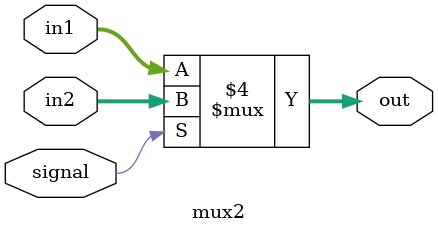
<source format=v>
`timescale 1ns / 1ps


module mux2(
    input signal,
    input [4:0]in1,
    input [4:0]in2,
    output reg [4:0]out
    );
    always@(*)
    begin
        if(signal==0)
        out=in1;
        else
        out=in2;
    end
endmodule

</source>
